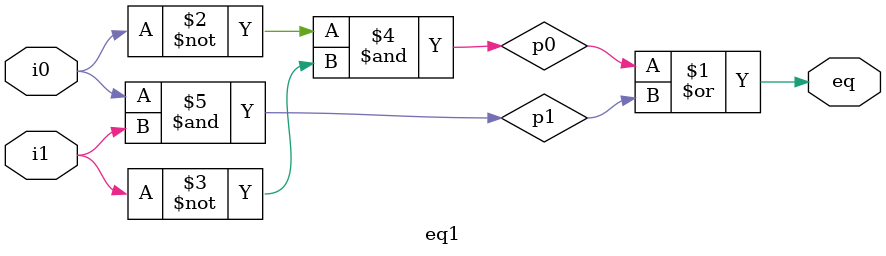
<source format=v>
module eq1(

    // port declaration
    input wire i0, i1,
    output wire eq
);

    // signal declaration
    wire p0,p1;
    
    // body
    //  sum of two product terms
    assign eq = p0 | p1;
    // product terms
    assign p0 = ~i0 & ~i1;
    assign p1 = i0 & i1;
endmodule 
</source>
